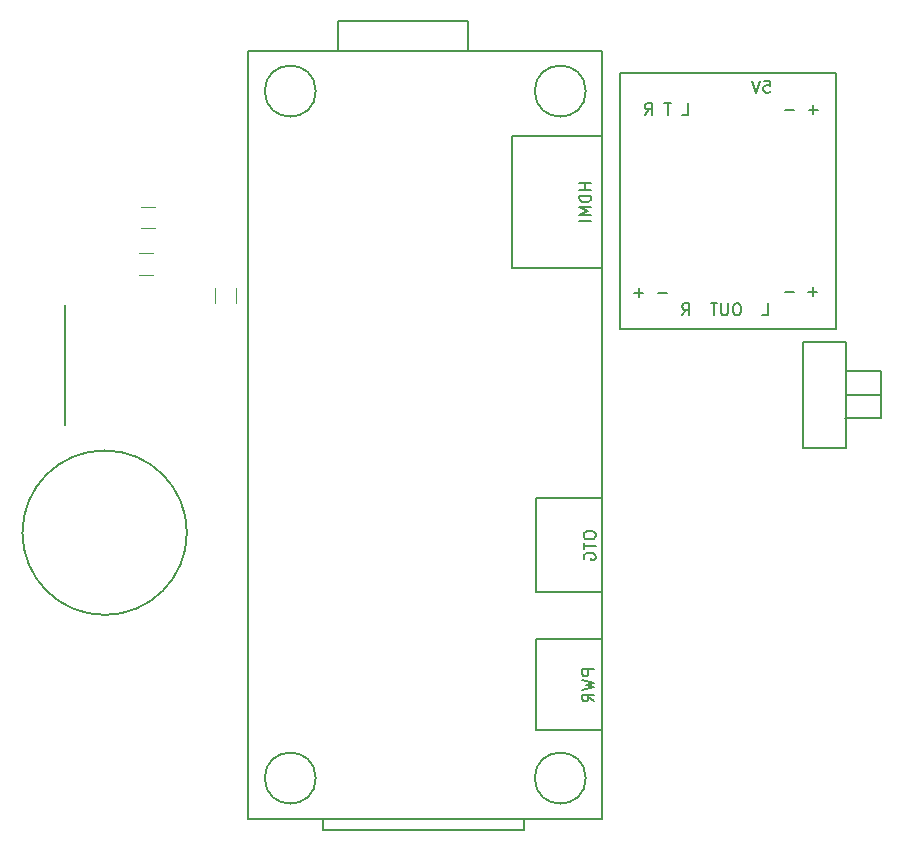
<source format=gbr>
G04 #@! TF.GenerationSoftware,KiCad,Pcbnew,5.0.2+dfsg1-1~bpo9+1*
G04 #@! TF.CreationDate,2020-07-27T21:19:22+01:00*
G04 #@! TF.ProjectId,gbc_outline_screen,6762635f-6f75-4746-9c69-6e655f736372,rev?*
G04 #@! TF.SameCoordinates,Original*
G04 #@! TF.FileFunction,Legend,Bot*
G04 #@! TF.FilePolarity,Positive*
%FSLAX46Y46*%
G04 Gerber Fmt 4.6, Leading zero omitted, Abs format (unit mm)*
G04 Created by KiCad (PCBNEW 5.0.2+dfsg1-1~bpo9+1) date Mon 27 Jul 2020 21:19:22 BST*
%MOMM*%
%LPD*%
G01*
G04 APERTURE LIST*
%ADD10C,0.150000*%
%ADD11C,0.120000*%
G04 APERTURE END LIST*
D10*
G04 #@! TO.C,J1*
X129336800Y-111663480D02*
X129336800Y-61371480D01*
X129336800Y-119029480D02*
X129336800Y-111663480D01*
X129336800Y-119029480D02*
X159308800Y-119029480D01*
X129336800Y-54005480D02*
X129336800Y-61371480D01*
X129336800Y-54005480D02*
X159308800Y-54005480D01*
X159308800Y-54005480D02*
X159308800Y-119029480D01*
X159308800Y-72420480D02*
X151688800Y-72420480D01*
X151688800Y-72420480D02*
X151688800Y-61244480D01*
X151688800Y-61244480D02*
X159308800Y-61244480D01*
X159308800Y-103789480D02*
X153720800Y-103789480D01*
X153720800Y-103789480D02*
X153720800Y-111536480D01*
X153720800Y-111536480D02*
X159308800Y-111536480D01*
X159308800Y-91851480D02*
X153720800Y-91851480D01*
X153720800Y-91851480D02*
X153720800Y-99852480D01*
X153720800Y-99852480D02*
X159308800Y-99852480D01*
X157911800Y-57434480D02*
G75*
G03X157911800Y-57434480I-2159000J0D01*
G01*
X135051800Y-57434480D02*
G75*
G03X135051800Y-57434480I-2159000J0D01*
G01*
X135051800Y-115600480D02*
G75*
G03X135051800Y-115600480I-2159000J0D01*
G01*
X157911800Y-115600480D02*
G75*
G03X157911800Y-115600480I-2159000J0D01*
G01*
X147942300Y-51528980D02*
X136893300Y-51528980D01*
X136893300Y-51528980D02*
X136893300Y-54005480D01*
X147942300Y-51528980D02*
X147942300Y-54005480D01*
X135686800Y-119981980D02*
X152704800Y-119981980D01*
X152704800Y-119981980D02*
X152704800Y-119029480D01*
X135686800Y-119981980D02*
X135686800Y-119029480D01*
G04 #@! TO.C,U7*
X113832640Y-75529440D02*
X113832640Y-85689440D01*
D11*
G04 #@! TO.C,R2*
X120062236Y-72974880D02*
X121266364Y-72974880D01*
X120062236Y-71154880D02*
X121266364Y-71154880D01*
D10*
G04 #@! TO.C,SW1*
X179892960Y-87640160D02*
X176281080Y-87640160D01*
X176281080Y-87640160D02*
X176291240Y-87640160D01*
X179903120Y-78638400D02*
X176291240Y-78638400D01*
X176291240Y-78638400D02*
X176291240Y-87645240D01*
X179903120Y-78638400D02*
X179903120Y-87645240D01*
X179892960Y-85135720D02*
X182895240Y-85140800D01*
X179913280Y-81142840D02*
X182915560Y-81147920D01*
X182910480Y-81147920D02*
X182910480Y-85135720D01*
X179908200Y-83134200D02*
X182910480Y-83139280D01*
D11*
G04 #@! TO.C,R1*
X126481160Y-74144116D02*
X126481160Y-75348244D01*
X128301160Y-74144116D02*
X128301160Y-75348244D01*
D10*
G04 #@! TO.C,U3*
X160830260Y-55877460D02*
X160830260Y-77581760D01*
X160830260Y-77581760D02*
X179067460Y-77581760D01*
X179067460Y-77581760D02*
X179067460Y-55877460D01*
X179067460Y-55877460D02*
X160830260Y-55877460D01*
G04 #@! TO.C,U4*
X124139036Y-94820740D02*
G75*
G03X124139036Y-94820740I-6962948J0D01*
G01*
D11*
G04 #@! TO.C,R3*
X120262236Y-67233120D02*
X121466364Y-67233120D01*
X120262236Y-69053120D02*
X121466364Y-69053120D01*
G04 #@! TO.C,J1*
D10*
X158364180Y-65237241D02*
X157364180Y-65237241D01*
X157840371Y-65237241D02*
X157840371Y-65808670D01*
X158364180Y-65808670D02*
X157364180Y-65808670D01*
X158364180Y-66284860D02*
X157364180Y-66284860D01*
X157364180Y-66522956D01*
X157411800Y-66665813D01*
X157507038Y-66761051D01*
X157602276Y-66808670D01*
X157792752Y-66856289D01*
X157935609Y-66856289D01*
X158126085Y-66808670D01*
X158221323Y-66761051D01*
X158316561Y-66665813D01*
X158364180Y-66522956D01*
X158364180Y-66284860D01*
X158364180Y-67284860D02*
X157364180Y-67284860D01*
X158078466Y-67618194D01*
X157364180Y-67951527D01*
X158364180Y-67951527D01*
X158364180Y-68427718D02*
X157364180Y-68427718D01*
X157745180Y-94939289D02*
X157745180Y-95129765D01*
X157792800Y-95225003D01*
X157888038Y-95320241D01*
X158078514Y-95367860D01*
X158411847Y-95367860D01*
X158602323Y-95320241D01*
X158697561Y-95225003D01*
X158745180Y-95129765D01*
X158745180Y-94939289D01*
X158697561Y-94844051D01*
X158602323Y-94748813D01*
X158411847Y-94701194D01*
X158078514Y-94701194D01*
X157888038Y-94748813D01*
X157792800Y-94844051D01*
X157745180Y-94939289D01*
X157745180Y-95653575D02*
X157745180Y-96225003D01*
X158745180Y-95939289D02*
X157745180Y-95939289D01*
X157792800Y-97082146D02*
X157745180Y-96986908D01*
X157745180Y-96844051D01*
X157792800Y-96701194D01*
X157888038Y-96605956D01*
X157983276Y-96558337D01*
X158173752Y-96510718D01*
X158316609Y-96510718D01*
X158507085Y-96558337D01*
X158602323Y-96605956D01*
X158697561Y-96701194D01*
X158745180Y-96844051D01*
X158745180Y-96939289D01*
X158697561Y-97082146D01*
X158649942Y-97129765D01*
X158316609Y-97129765D01*
X158316609Y-96939289D01*
X158618180Y-106393146D02*
X157618180Y-106393146D01*
X157618180Y-106774099D01*
X157665800Y-106869337D01*
X157713419Y-106916956D01*
X157808657Y-106964575D01*
X157951514Y-106964575D01*
X158046752Y-106916956D01*
X158094371Y-106869337D01*
X158141990Y-106774099D01*
X158141990Y-106393146D01*
X157618180Y-107297908D02*
X158618180Y-107536003D01*
X157903895Y-107726480D01*
X158618180Y-107916956D01*
X157618180Y-108155051D01*
X158618180Y-109107432D02*
X158141990Y-108774099D01*
X158618180Y-108536003D02*
X157618180Y-108536003D01*
X157618180Y-108916956D01*
X157665800Y-109012194D01*
X157713419Y-109059813D01*
X157808657Y-109107432D01*
X157951514Y-109107432D01*
X158046752Y-109059813D01*
X158094371Y-109012194D01*
X158141990Y-108916956D01*
X158141990Y-108536003D01*
G04 #@! TO.C,U3*
X166100593Y-59466740D02*
X166576783Y-59466740D01*
X166576783Y-58466740D01*
X165148212Y-58466740D02*
X164576783Y-58466740D01*
X164862498Y-59466740D02*
X164862498Y-58466740D01*
X162910117Y-59466740D02*
X163243450Y-58990550D01*
X163481545Y-59466740D02*
X163481545Y-58466740D01*
X163100593Y-58466740D01*
X163005355Y-58514360D01*
X162957736Y-58561979D01*
X162910117Y-58657217D01*
X162910117Y-58800074D01*
X162957736Y-58895312D01*
X163005355Y-58942931D01*
X163100593Y-58990550D01*
X163481545Y-58990550D01*
X177540112Y-58996888D02*
X176778207Y-58996888D01*
X177159160Y-59377840D02*
X177159160Y-58615936D01*
X175540112Y-58996888D02*
X174778207Y-58996888D01*
X172863117Y-76408540D02*
X173339307Y-76408540D01*
X173339307Y-75408540D01*
X170815498Y-75408540D02*
X170625021Y-75408540D01*
X170529783Y-75456160D01*
X170434545Y-75551398D01*
X170386926Y-75741874D01*
X170386926Y-76075207D01*
X170434545Y-76265683D01*
X170529783Y-76360921D01*
X170625021Y-76408540D01*
X170815498Y-76408540D01*
X170910736Y-76360921D01*
X171005974Y-76265683D01*
X171053593Y-76075207D01*
X171053593Y-75741874D01*
X171005974Y-75551398D01*
X170910736Y-75456160D01*
X170815498Y-75408540D01*
X169958355Y-75408540D02*
X169958355Y-76218064D01*
X169910736Y-76313302D01*
X169863117Y-76360921D01*
X169767879Y-76408540D01*
X169577402Y-76408540D01*
X169482164Y-76360921D01*
X169434545Y-76313302D01*
X169386926Y-76218064D01*
X169386926Y-75408540D01*
X169053593Y-75408540D02*
X168482164Y-75408540D01*
X168767879Y-76408540D02*
X168767879Y-75408540D01*
X166053593Y-76408540D02*
X166386926Y-75932350D01*
X166625021Y-76408540D02*
X166625021Y-75408540D01*
X166244069Y-75408540D01*
X166148831Y-75456160D01*
X166101212Y-75503779D01*
X166053593Y-75599017D01*
X166053593Y-75741874D01*
X166101212Y-75837112D01*
X166148831Y-75884731D01*
X166244069Y-75932350D01*
X166625021Y-75932350D01*
X164776612Y-74516288D02*
X164014707Y-74516288D01*
X162776612Y-74516288D02*
X162014707Y-74516288D01*
X162395660Y-74897240D02*
X162395660Y-74135336D01*
X177502012Y-74440088D02*
X176740107Y-74440088D01*
X177121060Y-74821040D02*
X177121060Y-74059136D01*
X175502012Y-74440088D02*
X174740107Y-74440088D01*
X172996836Y-56561740D02*
X173473026Y-56561740D01*
X173520645Y-57037931D01*
X173473026Y-56990312D01*
X173377788Y-56942693D01*
X173139693Y-56942693D01*
X173044455Y-56990312D01*
X172996836Y-57037931D01*
X172949217Y-57133169D01*
X172949217Y-57371264D01*
X172996836Y-57466502D01*
X173044455Y-57514121D01*
X173139693Y-57561740D01*
X173377788Y-57561740D01*
X173473026Y-57514121D01*
X173520645Y-57466502D01*
X172663502Y-56561740D02*
X172330169Y-57561740D01*
X171996836Y-56561740D01*
G04 #@! TD*
M02*

</source>
